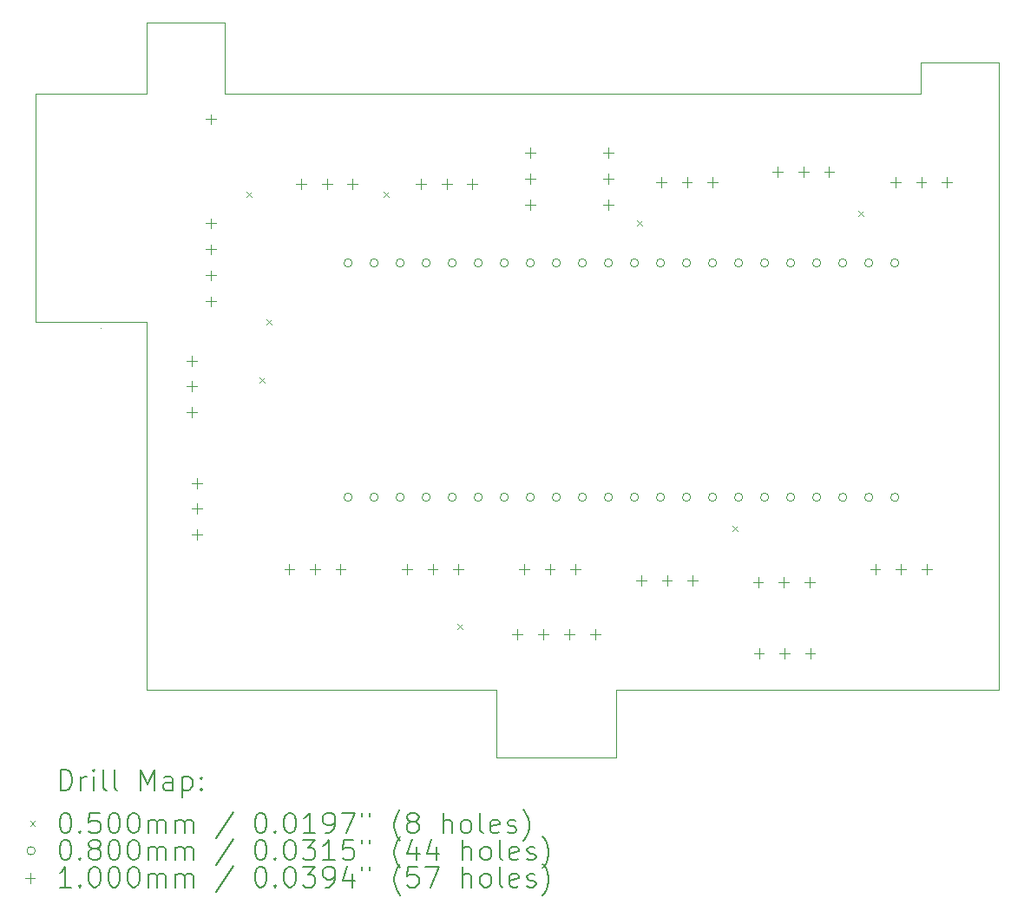
<source format=gbr>
%TF.GenerationSoftware,KiCad,Pcbnew,7.0.2*%
%TF.CreationDate,2023-04-20T14:18:08-04:00*%
%TF.ProjectId,luison-electronics,6c756973-6f6e-42d6-956c-656374726f6e,rev?*%
%TF.SameCoordinates,Original*%
%TF.FileFunction,Drillmap*%
%TF.FilePolarity,Positive*%
%FSLAX45Y45*%
G04 Gerber Fmt 4.5, Leading zero omitted, Abs format (unit mm)*
G04 Created by KiCad (PCBNEW 7.0.2) date 2023-04-20 14:18:08*
%MOMM*%
%LPD*%
G01*
G04 APERTURE LIST*
%ADD10C,0.100000*%
%ADD11C,0.200000*%
%ADD12C,0.050000*%
%ADD13C,0.080000*%
G04 APERTURE END LIST*
D10*
X12065000Y-6223000D02*
X18516600Y-6223000D01*
X11112500Y-8445500D02*
X11112500Y-12039600D01*
X15697200Y-12700000D02*
X15697200Y-12039600D01*
X15697200Y-12039600D02*
X19431000Y-12039600D01*
X11112500Y-5524500D02*
X11112500Y-6223000D01*
X14528800Y-12700000D02*
X15697200Y-12700000D01*
X18669000Y-6223000D02*
X18669000Y-5918200D01*
X18669000Y-5918200D02*
X19431000Y-5918200D01*
X11620500Y-5524500D02*
X11874500Y-5524500D01*
X10668000Y-8509000D02*
X10668000Y-8509000D01*
X11112500Y-12039600D02*
X14528800Y-12039600D01*
X11874500Y-5524500D02*
X11874500Y-6223000D01*
X11874500Y-6223000D02*
X12065000Y-6223000D01*
X11112500Y-5524500D02*
X11620500Y-5524500D01*
X18516600Y-6223000D02*
X18669000Y-6223000D01*
X11112500Y-6223000D02*
X10033000Y-6223000D01*
X10033000Y-6223000D02*
X10033000Y-8445500D01*
X10033000Y-8445500D02*
X11112500Y-8445500D01*
X14528800Y-12039600D02*
X14528800Y-12700000D01*
X19431000Y-5918200D02*
X19431000Y-12039600D01*
D11*
D12*
X12090800Y-7175900D02*
X12140800Y-7225900D01*
X12140800Y-7175900D02*
X12090800Y-7225900D01*
X12217800Y-8992000D02*
X12267800Y-9042000D01*
X12267800Y-8992000D02*
X12217800Y-9042000D01*
X12281300Y-8420500D02*
X12331300Y-8470500D01*
X12331300Y-8420500D02*
X12281300Y-8470500D01*
X13424300Y-7175900D02*
X13474300Y-7225900D01*
X13474300Y-7175900D02*
X13424300Y-7225900D01*
X14148200Y-11392300D02*
X14198200Y-11442300D01*
X14198200Y-11392300D02*
X14148200Y-11442300D01*
X15900800Y-7455300D02*
X15950800Y-7505300D01*
X15950800Y-7455300D02*
X15900800Y-7505300D01*
X16827900Y-10439800D02*
X16877900Y-10489800D01*
X16877900Y-10439800D02*
X16827900Y-10489800D01*
X18059800Y-7366400D02*
X18109800Y-7416400D01*
X18109800Y-7366400D02*
X18059800Y-7416400D01*
D13*
X13121000Y-7874000D02*
G75*
G03*
X13121000Y-7874000I-40000J0D01*
G01*
X13121000Y-10160000D02*
G75*
G03*
X13121000Y-10160000I-40000J0D01*
G01*
X13375000Y-7874000D02*
G75*
G03*
X13375000Y-7874000I-40000J0D01*
G01*
X13375000Y-10160000D02*
G75*
G03*
X13375000Y-10160000I-40000J0D01*
G01*
X13629000Y-7874000D02*
G75*
G03*
X13629000Y-7874000I-40000J0D01*
G01*
X13629000Y-10160000D02*
G75*
G03*
X13629000Y-10160000I-40000J0D01*
G01*
X13883000Y-7874000D02*
G75*
G03*
X13883000Y-7874000I-40000J0D01*
G01*
X13883000Y-10160000D02*
G75*
G03*
X13883000Y-10160000I-40000J0D01*
G01*
X14137000Y-7874000D02*
G75*
G03*
X14137000Y-7874000I-40000J0D01*
G01*
X14137000Y-10160000D02*
G75*
G03*
X14137000Y-10160000I-40000J0D01*
G01*
X14391000Y-7874000D02*
G75*
G03*
X14391000Y-7874000I-40000J0D01*
G01*
X14391000Y-10160000D02*
G75*
G03*
X14391000Y-10160000I-40000J0D01*
G01*
X14645000Y-7874000D02*
G75*
G03*
X14645000Y-7874000I-40000J0D01*
G01*
X14645000Y-10160000D02*
G75*
G03*
X14645000Y-10160000I-40000J0D01*
G01*
X14899000Y-7874000D02*
G75*
G03*
X14899000Y-7874000I-40000J0D01*
G01*
X14899000Y-10160000D02*
G75*
G03*
X14899000Y-10160000I-40000J0D01*
G01*
X15153000Y-7874000D02*
G75*
G03*
X15153000Y-7874000I-40000J0D01*
G01*
X15153000Y-10160000D02*
G75*
G03*
X15153000Y-10160000I-40000J0D01*
G01*
X15407000Y-7874000D02*
G75*
G03*
X15407000Y-7874000I-40000J0D01*
G01*
X15407000Y-10160000D02*
G75*
G03*
X15407000Y-10160000I-40000J0D01*
G01*
X15661000Y-7874000D02*
G75*
G03*
X15661000Y-7874000I-40000J0D01*
G01*
X15661000Y-10160000D02*
G75*
G03*
X15661000Y-10160000I-40000J0D01*
G01*
X15915000Y-7874000D02*
G75*
G03*
X15915000Y-7874000I-40000J0D01*
G01*
X15915000Y-10160000D02*
G75*
G03*
X15915000Y-10160000I-40000J0D01*
G01*
X16169000Y-7874000D02*
G75*
G03*
X16169000Y-7874000I-40000J0D01*
G01*
X16169000Y-10160000D02*
G75*
G03*
X16169000Y-10160000I-40000J0D01*
G01*
X16423000Y-7874000D02*
G75*
G03*
X16423000Y-7874000I-40000J0D01*
G01*
X16423000Y-10160000D02*
G75*
G03*
X16423000Y-10160000I-40000J0D01*
G01*
X16677000Y-7874000D02*
G75*
G03*
X16677000Y-7874000I-40000J0D01*
G01*
X16677000Y-10160000D02*
G75*
G03*
X16677000Y-10160000I-40000J0D01*
G01*
X16931000Y-7874000D02*
G75*
G03*
X16931000Y-7874000I-40000J0D01*
G01*
X16931000Y-10160000D02*
G75*
G03*
X16931000Y-10160000I-40000J0D01*
G01*
X17185000Y-7874000D02*
G75*
G03*
X17185000Y-7874000I-40000J0D01*
G01*
X17185000Y-10160000D02*
G75*
G03*
X17185000Y-10160000I-40000J0D01*
G01*
X17439000Y-7874000D02*
G75*
G03*
X17439000Y-7874000I-40000J0D01*
G01*
X17439000Y-10160000D02*
G75*
G03*
X17439000Y-10160000I-40000J0D01*
G01*
X17693000Y-7874000D02*
G75*
G03*
X17693000Y-7874000I-40000J0D01*
G01*
X17693000Y-10160000D02*
G75*
G03*
X17693000Y-10160000I-40000J0D01*
G01*
X17946728Y-10160368D02*
G75*
G03*
X17946728Y-10160368I-40000J0D01*
G01*
X17947000Y-7874000D02*
G75*
G03*
X17947000Y-7874000I-40000J0D01*
G01*
X18200728Y-10160368D02*
G75*
G03*
X18200728Y-10160368I-40000J0D01*
G01*
X18201000Y-7874000D02*
G75*
G03*
X18201000Y-7874000I-40000J0D01*
G01*
X18454728Y-10160368D02*
G75*
G03*
X18454728Y-10160368I-40000J0D01*
G01*
X18455000Y-7874000D02*
G75*
G03*
X18455000Y-7874000I-40000J0D01*
G01*
D10*
X11557000Y-8776500D02*
X11557000Y-8876500D01*
X11507000Y-8826500D02*
X11607000Y-8826500D01*
X11557000Y-9026500D02*
X11557000Y-9126500D01*
X11507000Y-9076500D02*
X11607000Y-9076500D01*
X11557000Y-9276500D02*
X11557000Y-9376500D01*
X11507000Y-9326500D02*
X11607000Y-9326500D01*
X11607800Y-9970300D02*
X11607800Y-10070300D01*
X11557800Y-10020300D02*
X11657800Y-10020300D01*
X11607800Y-10220300D02*
X11607800Y-10320300D01*
X11557800Y-10270300D02*
X11657800Y-10270300D01*
X11607800Y-10470300D02*
X11607800Y-10570300D01*
X11557800Y-10520300D02*
X11657800Y-10520300D01*
X11740607Y-6421500D02*
X11740607Y-6521500D01*
X11690607Y-6471500D02*
X11790607Y-6471500D01*
X11740607Y-7437500D02*
X11740607Y-7537500D01*
X11690607Y-7487500D02*
X11790607Y-7487500D01*
X11740607Y-7691500D02*
X11740607Y-7791500D01*
X11690607Y-7741500D02*
X11790607Y-7741500D01*
X11740607Y-7945500D02*
X11740607Y-8045500D01*
X11690607Y-7995500D02*
X11790607Y-7995500D01*
X11740607Y-8199500D02*
X11740607Y-8299500D01*
X11690607Y-8249500D02*
X11790607Y-8249500D01*
X12508000Y-10808500D02*
X12508000Y-10908500D01*
X12458000Y-10858500D02*
X12558000Y-10858500D01*
X12623800Y-7051000D02*
X12623800Y-7151000D01*
X12573800Y-7101000D02*
X12673800Y-7101000D01*
X12758000Y-10808500D02*
X12758000Y-10908500D01*
X12708000Y-10858500D02*
X12808000Y-10858500D01*
X12873800Y-7051000D02*
X12873800Y-7151000D01*
X12823800Y-7101000D02*
X12923800Y-7101000D01*
X13008000Y-10808500D02*
X13008000Y-10908500D01*
X12958000Y-10858500D02*
X13058000Y-10858500D01*
X13123800Y-7051000D02*
X13123800Y-7151000D01*
X13073800Y-7101000D02*
X13173800Y-7101000D01*
X13656500Y-10808500D02*
X13656500Y-10908500D01*
X13606500Y-10858500D02*
X13706500Y-10858500D01*
X13792200Y-7051000D02*
X13792200Y-7151000D01*
X13742200Y-7101000D02*
X13842200Y-7101000D01*
X13906500Y-10808500D02*
X13906500Y-10908500D01*
X13856500Y-10858500D02*
X13956500Y-10858500D01*
X14042200Y-7051000D02*
X14042200Y-7151000D01*
X13992200Y-7101000D02*
X14092200Y-7101000D01*
X14156500Y-10808500D02*
X14156500Y-10908500D01*
X14106500Y-10858500D02*
X14206500Y-10858500D01*
X14292200Y-7051000D02*
X14292200Y-7151000D01*
X14242200Y-7101000D02*
X14342200Y-7101000D01*
X14732000Y-11443500D02*
X14732000Y-11543500D01*
X14682000Y-11493500D02*
X14782000Y-11493500D01*
X14799500Y-10808500D02*
X14799500Y-10908500D01*
X14749500Y-10858500D02*
X14849500Y-10858500D01*
X14857500Y-6744500D02*
X14857500Y-6844500D01*
X14807500Y-6794500D02*
X14907500Y-6794500D01*
X14857500Y-6998500D02*
X14857500Y-7098500D01*
X14807500Y-7048500D02*
X14907500Y-7048500D01*
X14857500Y-7252500D02*
X14857500Y-7352500D01*
X14807500Y-7302500D02*
X14907500Y-7302500D01*
X14986000Y-11443500D02*
X14986000Y-11543500D01*
X14936000Y-11493500D02*
X15036000Y-11493500D01*
X15049500Y-10808500D02*
X15049500Y-10908500D01*
X14999500Y-10858500D02*
X15099500Y-10858500D01*
X15240000Y-11443500D02*
X15240000Y-11543500D01*
X15190000Y-11493500D02*
X15290000Y-11493500D01*
X15299500Y-10808500D02*
X15299500Y-10908500D01*
X15249500Y-10858500D02*
X15349500Y-10858500D01*
X15494000Y-11443500D02*
X15494000Y-11543500D01*
X15444000Y-11493500D02*
X15544000Y-11493500D01*
X15619500Y-6744500D02*
X15619500Y-6844500D01*
X15569500Y-6794500D02*
X15669500Y-6794500D01*
X15619500Y-6998500D02*
X15619500Y-7098500D01*
X15569500Y-7048500D02*
X15669500Y-7048500D01*
X15619500Y-7252500D02*
X15619500Y-7352500D01*
X15569500Y-7302500D02*
X15669500Y-7302500D01*
X15942500Y-10924500D02*
X15942500Y-11024500D01*
X15892500Y-10974500D02*
X15992500Y-10974500D01*
X16137000Y-7038300D02*
X16137000Y-7138300D01*
X16087000Y-7088300D02*
X16187000Y-7088300D01*
X16192500Y-10924500D02*
X16192500Y-11024500D01*
X16142500Y-10974500D02*
X16242500Y-10974500D01*
X16387000Y-7038300D02*
X16387000Y-7138300D01*
X16337000Y-7088300D02*
X16437000Y-7088300D01*
X16442500Y-10924500D02*
X16442500Y-11024500D01*
X16392500Y-10974500D02*
X16492500Y-10974500D01*
X16637000Y-7038300D02*
X16637000Y-7138300D01*
X16587000Y-7088300D02*
X16687000Y-7088300D01*
X17081500Y-10935500D02*
X17081500Y-11035500D01*
X17031500Y-10985500D02*
X17131500Y-10985500D01*
X17089500Y-11634000D02*
X17089500Y-11734000D01*
X17039500Y-11684000D02*
X17139500Y-11684000D01*
X17274500Y-6935000D02*
X17274500Y-7035000D01*
X17224500Y-6985000D02*
X17324500Y-6985000D01*
X17331500Y-10935500D02*
X17331500Y-11035500D01*
X17281500Y-10985500D02*
X17381500Y-10985500D01*
X17339500Y-11634000D02*
X17339500Y-11734000D01*
X17289500Y-11684000D02*
X17389500Y-11684000D01*
X17524500Y-6935000D02*
X17524500Y-7035000D01*
X17474500Y-6985000D02*
X17574500Y-6985000D01*
X17581500Y-10935500D02*
X17581500Y-11035500D01*
X17531500Y-10985500D02*
X17631500Y-10985500D01*
X17589500Y-11634000D02*
X17589500Y-11734000D01*
X17539500Y-11684000D02*
X17639500Y-11684000D01*
X17774500Y-6935000D02*
X17774500Y-7035000D01*
X17724500Y-6985000D02*
X17824500Y-6985000D01*
X18224500Y-10808500D02*
X18224500Y-10908500D01*
X18174500Y-10858500D02*
X18274500Y-10858500D01*
X18423000Y-7038300D02*
X18423000Y-7138300D01*
X18373000Y-7088300D02*
X18473000Y-7088300D01*
X18474500Y-10808500D02*
X18474500Y-10908500D01*
X18424500Y-10858500D02*
X18524500Y-10858500D01*
X18673000Y-7038300D02*
X18673000Y-7138300D01*
X18623000Y-7088300D02*
X18723000Y-7088300D01*
X18724500Y-10808500D02*
X18724500Y-10908500D01*
X18674500Y-10858500D02*
X18774500Y-10858500D01*
X18923000Y-7038300D02*
X18923000Y-7138300D01*
X18873000Y-7088300D02*
X18973000Y-7088300D01*
D11*
X10275619Y-13017524D02*
X10275619Y-12817524D01*
X10275619Y-12817524D02*
X10323238Y-12817524D01*
X10323238Y-12817524D02*
X10351810Y-12827048D01*
X10351810Y-12827048D02*
X10370857Y-12846095D01*
X10370857Y-12846095D02*
X10380381Y-12865143D01*
X10380381Y-12865143D02*
X10389905Y-12903238D01*
X10389905Y-12903238D02*
X10389905Y-12931809D01*
X10389905Y-12931809D02*
X10380381Y-12969905D01*
X10380381Y-12969905D02*
X10370857Y-12988952D01*
X10370857Y-12988952D02*
X10351810Y-13008000D01*
X10351810Y-13008000D02*
X10323238Y-13017524D01*
X10323238Y-13017524D02*
X10275619Y-13017524D01*
X10475619Y-13017524D02*
X10475619Y-12884190D01*
X10475619Y-12922286D02*
X10485143Y-12903238D01*
X10485143Y-12903238D02*
X10494667Y-12893714D01*
X10494667Y-12893714D02*
X10513714Y-12884190D01*
X10513714Y-12884190D02*
X10532762Y-12884190D01*
X10599429Y-13017524D02*
X10599429Y-12884190D01*
X10599429Y-12817524D02*
X10589905Y-12827048D01*
X10589905Y-12827048D02*
X10599429Y-12836571D01*
X10599429Y-12836571D02*
X10608952Y-12827048D01*
X10608952Y-12827048D02*
X10599429Y-12817524D01*
X10599429Y-12817524D02*
X10599429Y-12836571D01*
X10723238Y-13017524D02*
X10704190Y-13008000D01*
X10704190Y-13008000D02*
X10694667Y-12988952D01*
X10694667Y-12988952D02*
X10694667Y-12817524D01*
X10828000Y-13017524D02*
X10808952Y-13008000D01*
X10808952Y-13008000D02*
X10799429Y-12988952D01*
X10799429Y-12988952D02*
X10799429Y-12817524D01*
X11056571Y-13017524D02*
X11056571Y-12817524D01*
X11056571Y-12817524D02*
X11123238Y-12960381D01*
X11123238Y-12960381D02*
X11189905Y-12817524D01*
X11189905Y-12817524D02*
X11189905Y-13017524D01*
X11370857Y-13017524D02*
X11370857Y-12912762D01*
X11370857Y-12912762D02*
X11361333Y-12893714D01*
X11361333Y-12893714D02*
X11342286Y-12884190D01*
X11342286Y-12884190D02*
X11304190Y-12884190D01*
X11304190Y-12884190D02*
X11285143Y-12893714D01*
X11370857Y-13008000D02*
X11351809Y-13017524D01*
X11351809Y-13017524D02*
X11304190Y-13017524D01*
X11304190Y-13017524D02*
X11285143Y-13008000D01*
X11285143Y-13008000D02*
X11275619Y-12988952D01*
X11275619Y-12988952D02*
X11275619Y-12969905D01*
X11275619Y-12969905D02*
X11285143Y-12950857D01*
X11285143Y-12950857D02*
X11304190Y-12941333D01*
X11304190Y-12941333D02*
X11351809Y-12941333D01*
X11351809Y-12941333D02*
X11370857Y-12931809D01*
X11466095Y-12884190D02*
X11466095Y-13084190D01*
X11466095Y-12893714D02*
X11485143Y-12884190D01*
X11485143Y-12884190D02*
X11523238Y-12884190D01*
X11523238Y-12884190D02*
X11542286Y-12893714D01*
X11542286Y-12893714D02*
X11551809Y-12903238D01*
X11551809Y-12903238D02*
X11561333Y-12922286D01*
X11561333Y-12922286D02*
X11561333Y-12979428D01*
X11561333Y-12979428D02*
X11551809Y-12998476D01*
X11551809Y-12998476D02*
X11542286Y-13008000D01*
X11542286Y-13008000D02*
X11523238Y-13017524D01*
X11523238Y-13017524D02*
X11485143Y-13017524D01*
X11485143Y-13017524D02*
X11466095Y-13008000D01*
X11647048Y-12998476D02*
X11656571Y-13008000D01*
X11656571Y-13008000D02*
X11647048Y-13017524D01*
X11647048Y-13017524D02*
X11637524Y-13008000D01*
X11637524Y-13008000D02*
X11647048Y-12998476D01*
X11647048Y-12998476D02*
X11647048Y-13017524D01*
X11647048Y-12893714D02*
X11656571Y-12903238D01*
X11656571Y-12903238D02*
X11647048Y-12912762D01*
X11647048Y-12912762D02*
X11637524Y-12903238D01*
X11637524Y-12903238D02*
X11647048Y-12893714D01*
X11647048Y-12893714D02*
X11647048Y-12912762D01*
D12*
X9978000Y-13320000D02*
X10028000Y-13370000D01*
X10028000Y-13320000D02*
X9978000Y-13370000D01*
D11*
X10313714Y-13237524D02*
X10332762Y-13237524D01*
X10332762Y-13237524D02*
X10351810Y-13247048D01*
X10351810Y-13247048D02*
X10361333Y-13256571D01*
X10361333Y-13256571D02*
X10370857Y-13275619D01*
X10370857Y-13275619D02*
X10380381Y-13313714D01*
X10380381Y-13313714D02*
X10380381Y-13361333D01*
X10380381Y-13361333D02*
X10370857Y-13399428D01*
X10370857Y-13399428D02*
X10361333Y-13418476D01*
X10361333Y-13418476D02*
X10351810Y-13428000D01*
X10351810Y-13428000D02*
X10332762Y-13437524D01*
X10332762Y-13437524D02*
X10313714Y-13437524D01*
X10313714Y-13437524D02*
X10294667Y-13428000D01*
X10294667Y-13428000D02*
X10285143Y-13418476D01*
X10285143Y-13418476D02*
X10275619Y-13399428D01*
X10275619Y-13399428D02*
X10266095Y-13361333D01*
X10266095Y-13361333D02*
X10266095Y-13313714D01*
X10266095Y-13313714D02*
X10275619Y-13275619D01*
X10275619Y-13275619D02*
X10285143Y-13256571D01*
X10285143Y-13256571D02*
X10294667Y-13247048D01*
X10294667Y-13247048D02*
X10313714Y-13237524D01*
X10466095Y-13418476D02*
X10475619Y-13428000D01*
X10475619Y-13428000D02*
X10466095Y-13437524D01*
X10466095Y-13437524D02*
X10456571Y-13428000D01*
X10456571Y-13428000D02*
X10466095Y-13418476D01*
X10466095Y-13418476D02*
X10466095Y-13437524D01*
X10656571Y-13237524D02*
X10561333Y-13237524D01*
X10561333Y-13237524D02*
X10551810Y-13332762D01*
X10551810Y-13332762D02*
X10561333Y-13323238D01*
X10561333Y-13323238D02*
X10580381Y-13313714D01*
X10580381Y-13313714D02*
X10628000Y-13313714D01*
X10628000Y-13313714D02*
X10647048Y-13323238D01*
X10647048Y-13323238D02*
X10656571Y-13332762D01*
X10656571Y-13332762D02*
X10666095Y-13351809D01*
X10666095Y-13351809D02*
X10666095Y-13399428D01*
X10666095Y-13399428D02*
X10656571Y-13418476D01*
X10656571Y-13418476D02*
X10647048Y-13428000D01*
X10647048Y-13428000D02*
X10628000Y-13437524D01*
X10628000Y-13437524D02*
X10580381Y-13437524D01*
X10580381Y-13437524D02*
X10561333Y-13428000D01*
X10561333Y-13428000D02*
X10551810Y-13418476D01*
X10789905Y-13237524D02*
X10808952Y-13237524D01*
X10808952Y-13237524D02*
X10828000Y-13247048D01*
X10828000Y-13247048D02*
X10837524Y-13256571D01*
X10837524Y-13256571D02*
X10847048Y-13275619D01*
X10847048Y-13275619D02*
X10856571Y-13313714D01*
X10856571Y-13313714D02*
X10856571Y-13361333D01*
X10856571Y-13361333D02*
X10847048Y-13399428D01*
X10847048Y-13399428D02*
X10837524Y-13418476D01*
X10837524Y-13418476D02*
X10828000Y-13428000D01*
X10828000Y-13428000D02*
X10808952Y-13437524D01*
X10808952Y-13437524D02*
X10789905Y-13437524D01*
X10789905Y-13437524D02*
X10770857Y-13428000D01*
X10770857Y-13428000D02*
X10761333Y-13418476D01*
X10761333Y-13418476D02*
X10751810Y-13399428D01*
X10751810Y-13399428D02*
X10742286Y-13361333D01*
X10742286Y-13361333D02*
X10742286Y-13313714D01*
X10742286Y-13313714D02*
X10751810Y-13275619D01*
X10751810Y-13275619D02*
X10761333Y-13256571D01*
X10761333Y-13256571D02*
X10770857Y-13247048D01*
X10770857Y-13247048D02*
X10789905Y-13237524D01*
X10980381Y-13237524D02*
X10999429Y-13237524D01*
X10999429Y-13237524D02*
X11018476Y-13247048D01*
X11018476Y-13247048D02*
X11028000Y-13256571D01*
X11028000Y-13256571D02*
X11037524Y-13275619D01*
X11037524Y-13275619D02*
X11047048Y-13313714D01*
X11047048Y-13313714D02*
X11047048Y-13361333D01*
X11047048Y-13361333D02*
X11037524Y-13399428D01*
X11037524Y-13399428D02*
X11028000Y-13418476D01*
X11028000Y-13418476D02*
X11018476Y-13428000D01*
X11018476Y-13428000D02*
X10999429Y-13437524D01*
X10999429Y-13437524D02*
X10980381Y-13437524D01*
X10980381Y-13437524D02*
X10961333Y-13428000D01*
X10961333Y-13428000D02*
X10951810Y-13418476D01*
X10951810Y-13418476D02*
X10942286Y-13399428D01*
X10942286Y-13399428D02*
X10932762Y-13361333D01*
X10932762Y-13361333D02*
X10932762Y-13313714D01*
X10932762Y-13313714D02*
X10942286Y-13275619D01*
X10942286Y-13275619D02*
X10951810Y-13256571D01*
X10951810Y-13256571D02*
X10961333Y-13247048D01*
X10961333Y-13247048D02*
X10980381Y-13237524D01*
X11132762Y-13437524D02*
X11132762Y-13304190D01*
X11132762Y-13323238D02*
X11142286Y-13313714D01*
X11142286Y-13313714D02*
X11161333Y-13304190D01*
X11161333Y-13304190D02*
X11189905Y-13304190D01*
X11189905Y-13304190D02*
X11208952Y-13313714D01*
X11208952Y-13313714D02*
X11218476Y-13332762D01*
X11218476Y-13332762D02*
X11218476Y-13437524D01*
X11218476Y-13332762D02*
X11228000Y-13313714D01*
X11228000Y-13313714D02*
X11247048Y-13304190D01*
X11247048Y-13304190D02*
X11275619Y-13304190D01*
X11275619Y-13304190D02*
X11294667Y-13313714D01*
X11294667Y-13313714D02*
X11304190Y-13332762D01*
X11304190Y-13332762D02*
X11304190Y-13437524D01*
X11399429Y-13437524D02*
X11399429Y-13304190D01*
X11399429Y-13323238D02*
X11408952Y-13313714D01*
X11408952Y-13313714D02*
X11428000Y-13304190D01*
X11428000Y-13304190D02*
X11456571Y-13304190D01*
X11456571Y-13304190D02*
X11475619Y-13313714D01*
X11475619Y-13313714D02*
X11485143Y-13332762D01*
X11485143Y-13332762D02*
X11485143Y-13437524D01*
X11485143Y-13332762D02*
X11494667Y-13313714D01*
X11494667Y-13313714D02*
X11513714Y-13304190D01*
X11513714Y-13304190D02*
X11542286Y-13304190D01*
X11542286Y-13304190D02*
X11561333Y-13313714D01*
X11561333Y-13313714D02*
X11570857Y-13332762D01*
X11570857Y-13332762D02*
X11570857Y-13437524D01*
X11961333Y-13228000D02*
X11789905Y-13485143D01*
X12218476Y-13237524D02*
X12237524Y-13237524D01*
X12237524Y-13237524D02*
X12256572Y-13247048D01*
X12256572Y-13247048D02*
X12266095Y-13256571D01*
X12266095Y-13256571D02*
X12275619Y-13275619D01*
X12275619Y-13275619D02*
X12285143Y-13313714D01*
X12285143Y-13313714D02*
X12285143Y-13361333D01*
X12285143Y-13361333D02*
X12275619Y-13399428D01*
X12275619Y-13399428D02*
X12266095Y-13418476D01*
X12266095Y-13418476D02*
X12256572Y-13428000D01*
X12256572Y-13428000D02*
X12237524Y-13437524D01*
X12237524Y-13437524D02*
X12218476Y-13437524D01*
X12218476Y-13437524D02*
X12199429Y-13428000D01*
X12199429Y-13428000D02*
X12189905Y-13418476D01*
X12189905Y-13418476D02*
X12180381Y-13399428D01*
X12180381Y-13399428D02*
X12170857Y-13361333D01*
X12170857Y-13361333D02*
X12170857Y-13313714D01*
X12170857Y-13313714D02*
X12180381Y-13275619D01*
X12180381Y-13275619D02*
X12189905Y-13256571D01*
X12189905Y-13256571D02*
X12199429Y-13247048D01*
X12199429Y-13247048D02*
X12218476Y-13237524D01*
X12370857Y-13418476D02*
X12380381Y-13428000D01*
X12380381Y-13428000D02*
X12370857Y-13437524D01*
X12370857Y-13437524D02*
X12361333Y-13428000D01*
X12361333Y-13428000D02*
X12370857Y-13418476D01*
X12370857Y-13418476D02*
X12370857Y-13437524D01*
X12504191Y-13237524D02*
X12523238Y-13237524D01*
X12523238Y-13237524D02*
X12542286Y-13247048D01*
X12542286Y-13247048D02*
X12551810Y-13256571D01*
X12551810Y-13256571D02*
X12561333Y-13275619D01*
X12561333Y-13275619D02*
X12570857Y-13313714D01*
X12570857Y-13313714D02*
X12570857Y-13361333D01*
X12570857Y-13361333D02*
X12561333Y-13399428D01*
X12561333Y-13399428D02*
X12551810Y-13418476D01*
X12551810Y-13418476D02*
X12542286Y-13428000D01*
X12542286Y-13428000D02*
X12523238Y-13437524D01*
X12523238Y-13437524D02*
X12504191Y-13437524D01*
X12504191Y-13437524D02*
X12485143Y-13428000D01*
X12485143Y-13428000D02*
X12475619Y-13418476D01*
X12475619Y-13418476D02*
X12466095Y-13399428D01*
X12466095Y-13399428D02*
X12456572Y-13361333D01*
X12456572Y-13361333D02*
X12456572Y-13313714D01*
X12456572Y-13313714D02*
X12466095Y-13275619D01*
X12466095Y-13275619D02*
X12475619Y-13256571D01*
X12475619Y-13256571D02*
X12485143Y-13247048D01*
X12485143Y-13247048D02*
X12504191Y-13237524D01*
X12761333Y-13437524D02*
X12647048Y-13437524D01*
X12704191Y-13437524D02*
X12704191Y-13237524D01*
X12704191Y-13237524D02*
X12685143Y-13266095D01*
X12685143Y-13266095D02*
X12666095Y-13285143D01*
X12666095Y-13285143D02*
X12647048Y-13294667D01*
X12856572Y-13437524D02*
X12894667Y-13437524D01*
X12894667Y-13437524D02*
X12913714Y-13428000D01*
X12913714Y-13428000D02*
X12923238Y-13418476D01*
X12923238Y-13418476D02*
X12942286Y-13389905D01*
X12942286Y-13389905D02*
X12951810Y-13351809D01*
X12951810Y-13351809D02*
X12951810Y-13275619D01*
X12951810Y-13275619D02*
X12942286Y-13256571D01*
X12942286Y-13256571D02*
X12932762Y-13247048D01*
X12932762Y-13247048D02*
X12913714Y-13237524D01*
X12913714Y-13237524D02*
X12875619Y-13237524D01*
X12875619Y-13237524D02*
X12856572Y-13247048D01*
X12856572Y-13247048D02*
X12847048Y-13256571D01*
X12847048Y-13256571D02*
X12837524Y-13275619D01*
X12837524Y-13275619D02*
X12837524Y-13323238D01*
X12837524Y-13323238D02*
X12847048Y-13342286D01*
X12847048Y-13342286D02*
X12856572Y-13351809D01*
X12856572Y-13351809D02*
X12875619Y-13361333D01*
X12875619Y-13361333D02*
X12913714Y-13361333D01*
X12913714Y-13361333D02*
X12932762Y-13351809D01*
X12932762Y-13351809D02*
X12942286Y-13342286D01*
X12942286Y-13342286D02*
X12951810Y-13323238D01*
X13018476Y-13237524D02*
X13151810Y-13237524D01*
X13151810Y-13237524D02*
X13066095Y-13437524D01*
X13218476Y-13237524D02*
X13218476Y-13275619D01*
X13294667Y-13237524D02*
X13294667Y-13275619D01*
X13589905Y-13513714D02*
X13580381Y-13504190D01*
X13580381Y-13504190D02*
X13561334Y-13475619D01*
X13561334Y-13475619D02*
X13551810Y-13456571D01*
X13551810Y-13456571D02*
X13542286Y-13428000D01*
X13542286Y-13428000D02*
X13532762Y-13380381D01*
X13532762Y-13380381D02*
X13532762Y-13342286D01*
X13532762Y-13342286D02*
X13542286Y-13294667D01*
X13542286Y-13294667D02*
X13551810Y-13266095D01*
X13551810Y-13266095D02*
X13561334Y-13247048D01*
X13561334Y-13247048D02*
X13580381Y-13218476D01*
X13580381Y-13218476D02*
X13589905Y-13208952D01*
X13694667Y-13323238D02*
X13675619Y-13313714D01*
X13675619Y-13313714D02*
X13666095Y-13304190D01*
X13666095Y-13304190D02*
X13656572Y-13285143D01*
X13656572Y-13285143D02*
X13656572Y-13275619D01*
X13656572Y-13275619D02*
X13666095Y-13256571D01*
X13666095Y-13256571D02*
X13675619Y-13247048D01*
X13675619Y-13247048D02*
X13694667Y-13237524D01*
X13694667Y-13237524D02*
X13732762Y-13237524D01*
X13732762Y-13237524D02*
X13751810Y-13247048D01*
X13751810Y-13247048D02*
X13761334Y-13256571D01*
X13761334Y-13256571D02*
X13770857Y-13275619D01*
X13770857Y-13275619D02*
X13770857Y-13285143D01*
X13770857Y-13285143D02*
X13761334Y-13304190D01*
X13761334Y-13304190D02*
X13751810Y-13313714D01*
X13751810Y-13313714D02*
X13732762Y-13323238D01*
X13732762Y-13323238D02*
X13694667Y-13323238D01*
X13694667Y-13323238D02*
X13675619Y-13332762D01*
X13675619Y-13332762D02*
X13666095Y-13342286D01*
X13666095Y-13342286D02*
X13656572Y-13361333D01*
X13656572Y-13361333D02*
X13656572Y-13399428D01*
X13656572Y-13399428D02*
X13666095Y-13418476D01*
X13666095Y-13418476D02*
X13675619Y-13428000D01*
X13675619Y-13428000D02*
X13694667Y-13437524D01*
X13694667Y-13437524D02*
X13732762Y-13437524D01*
X13732762Y-13437524D02*
X13751810Y-13428000D01*
X13751810Y-13428000D02*
X13761334Y-13418476D01*
X13761334Y-13418476D02*
X13770857Y-13399428D01*
X13770857Y-13399428D02*
X13770857Y-13361333D01*
X13770857Y-13361333D02*
X13761334Y-13342286D01*
X13761334Y-13342286D02*
X13751810Y-13332762D01*
X13751810Y-13332762D02*
X13732762Y-13323238D01*
X14008953Y-13437524D02*
X14008953Y-13237524D01*
X14094667Y-13437524D02*
X14094667Y-13332762D01*
X14094667Y-13332762D02*
X14085143Y-13313714D01*
X14085143Y-13313714D02*
X14066096Y-13304190D01*
X14066096Y-13304190D02*
X14037524Y-13304190D01*
X14037524Y-13304190D02*
X14018476Y-13313714D01*
X14018476Y-13313714D02*
X14008953Y-13323238D01*
X14218476Y-13437524D02*
X14199429Y-13428000D01*
X14199429Y-13428000D02*
X14189905Y-13418476D01*
X14189905Y-13418476D02*
X14180381Y-13399428D01*
X14180381Y-13399428D02*
X14180381Y-13342286D01*
X14180381Y-13342286D02*
X14189905Y-13323238D01*
X14189905Y-13323238D02*
X14199429Y-13313714D01*
X14199429Y-13313714D02*
X14218476Y-13304190D01*
X14218476Y-13304190D02*
X14247048Y-13304190D01*
X14247048Y-13304190D02*
X14266096Y-13313714D01*
X14266096Y-13313714D02*
X14275619Y-13323238D01*
X14275619Y-13323238D02*
X14285143Y-13342286D01*
X14285143Y-13342286D02*
X14285143Y-13399428D01*
X14285143Y-13399428D02*
X14275619Y-13418476D01*
X14275619Y-13418476D02*
X14266096Y-13428000D01*
X14266096Y-13428000D02*
X14247048Y-13437524D01*
X14247048Y-13437524D02*
X14218476Y-13437524D01*
X14399429Y-13437524D02*
X14380381Y-13428000D01*
X14380381Y-13428000D02*
X14370857Y-13408952D01*
X14370857Y-13408952D02*
X14370857Y-13237524D01*
X14551810Y-13428000D02*
X14532762Y-13437524D01*
X14532762Y-13437524D02*
X14494667Y-13437524D01*
X14494667Y-13437524D02*
X14475619Y-13428000D01*
X14475619Y-13428000D02*
X14466096Y-13408952D01*
X14466096Y-13408952D02*
X14466096Y-13332762D01*
X14466096Y-13332762D02*
X14475619Y-13313714D01*
X14475619Y-13313714D02*
X14494667Y-13304190D01*
X14494667Y-13304190D02*
X14532762Y-13304190D01*
X14532762Y-13304190D02*
X14551810Y-13313714D01*
X14551810Y-13313714D02*
X14561334Y-13332762D01*
X14561334Y-13332762D02*
X14561334Y-13351809D01*
X14561334Y-13351809D02*
X14466096Y-13370857D01*
X14637524Y-13428000D02*
X14656572Y-13437524D01*
X14656572Y-13437524D02*
X14694667Y-13437524D01*
X14694667Y-13437524D02*
X14713715Y-13428000D01*
X14713715Y-13428000D02*
X14723238Y-13408952D01*
X14723238Y-13408952D02*
X14723238Y-13399428D01*
X14723238Y-13399428D02*
X14713715Y-13380381D01*
X14713715Y-13380381D02*
X14694667Y-13370857D01*
X14694667Y-13370857D02*
X14666096Y-13370857D01*
X14666096Y-13370857D02*
X14647048Y-13361333D01*
X14647048Y-13361333D02*
X14637524Y-13342286D01*
X14637524Y-13342286D02*
X14637524Y-13332762D01*
X14637524Y-13332762D02*
X14647048Y-13313714D01*
X14647048Y-13313714D02*
X14666096Y-13304190D01*
X14666096Y-13304190D02*
X14694667Y-13304190D01*
X14694667Y-13304190D02*
X14713715Y-13313714D01*
X14789905Y-13513714D02*
X14799429Y-13504190D01*
X14799429Y-13504190D02*
X14818477Y-13475619D01*
X14818477Y-13475619D02*
X14828000Y-13456571D01*
X14828000Y-13456571D02*
X14837524Y-13428000D01*
X14837524Y-13428000D02*
X14847048Y-13380381D01*
X14847048Y-13380381D02*
X14847048Y-13342286D01*
X14847048Y-13342286D02*
X14837524Y-13294667D01*
X14837524Y-13294667D02*
X14828000Y-13266095D01*
X14828000Y-13266095D02*
X14818477Y-13247048D01*
X14818477Y-13247048D02*
X14799429Y-13218476D01*
X14799429Y-13218476D02*
X14789905Y-13208952D01*
D13*
X10028000Y-13609000D02*
G75*
G03*
X10028000Y-13609000I-40000J0D01*
G01*
D11*
X10313714Y-13501524D02*
X10332762Y-13501524D01*
X10332762Y-13501524D02*
X10351810Y-13511048D01*
X10351810Y-13511048D02*
X10361333Y-13520571D01*
X10361333Y-13520571D02*
X10370857Y-13539619D01*
X10370857Y-13539619D02*
X10380381Y-13577714D01*
X10380381Y-13577714D02*
X10380381Y-13625333D01*
X10380381Y-13625333D02*
X10370857Y-13663428D01*
X10370857Y-13663428D02*
X10361333Y-13682476D01*
X10361333Y-13682476D02*
X10351810Y-13692000D01*
X10351810Y-13692000D02*
X10332762Y-13701524D01*
X10332762Y-13701524D02*
X10313714Y-13701524D01*
X10313714Y-13701524D02*
X10294667Y-13692000D01*
X10294667Y-13692000D02*
X10285143Y-13682476D01*
X10285143Y-13682476D02*
X10275619Y-13663428D01*
X10275619Y-13663428D02*
X10266095Y-13625333D01*
X10266095Y-13625333D02*
X10266095Y-13577714D01*
X10266095Y-13577714D02*
X10275619Y-13539619D01*
X10275619Y-13539619D02*
X10285143Y-13520571D01*
X10285143Y-13520571D02*
X10294667Y-13511048D01*
X10294667Y-13511048D02*
X10313714Y-13501524D01*
X10466095Y-13682476D02*
X10475619Y-13692000D01*
X10475619Y-13692000D02*
X10466095Y-13701524D01*
X10466095Y-13701524D02*
X10456571Y-13692000D01*
X10456571Y-13692000D02*
X10466095Y-13682476D01*
X10466095Y-13682476D02*
X10466095Y-13701524D01*
X10589905Y-13587238D02*
X10570857Y-13577714D01*
X10570857Y-13577714D02*
X10561333Y-13568190D01*
X10561333Y-13568190D02*
X10551810Y-13549143D01*
X10551810Y-13549143D02*
X10551810Y-13539619D01*
X10551810Y-13539619D02*
X10561333Y-13520571D01*
X10561333Y-13520571D02*
X10570857Y-13511048D01*
X10570857Y-13511048D02*
X10589905Y-13501524D01*
X10589905Y-13501524D02*
X10628000Y-13501524D01*
X10628000Y-13501524D02*
X10647048Y-13511048D01*
X10647048Y-13511048D02*
X10656571Y-13520571D01*
X10656571Y-13520571D02*
X10666095Y-13539619D01*
X10666095Y-13539619D02*
X10666095Y-13549143D01*
X10666095Y-13549143D02*
X10656571Y-13568190D01*
X10656571Y-13568190D02*
X10647048Y-13577714D01*
X10647048Y-13577714D02*
X10628000Y-13587238D01*
X10628000Y-13587238D02*
X10589905Y-13587238D01*
X10589905Y-13587238D02*
X10570857Y-13596762D01*
X10570857Y-13596762D02*
X10561333Y-13606286D01*
X10561333Y-13606286D02*
X10551810Y-13625333D01*
X10551810Y-13625333D02*
X10551810Y-13663428D01*
X10551810Y-13663428D02*
X10561333Y-13682476D01*
X10561333Y-13682476D02*
X10570857Y-13692000D01*
X10570857Y-13692000D02*
X10589905Y-13701524D01*
X10589905Y-13701524D02*
X10628000Y-13701524D01*
X10628000Y-13701524D02*
X10647048Y-13692000D01*
X10647048Y-13692000D02*
X10656571Y-13682476D01*
X10656571Y-13682476D02*
X10666095Y-13663428D01*
X10666095Y-13663428D02*
X10666095Y-13625333D01*
X10666095Y-13625333D02*
X10656571Y-13606286D01*
X10656571Y-13606286D02*
X10647048Y-13596762D01*
X10647048Y-13596762D02*
X10628000Y-13587238D01*
X10789905Y-13501524D02*
X10808952Y-13501524D01*
X10808952Y-13501524D02*
X10828000Y-13511048D01*
X10828000Y-13511048D02*
X10837524Y-13520571D01*
X10837524Y-13520571D02*
X10847048Y-13539619D01*
X10847048Y-13539619D02*
X10856571Y-13577714D01*
X10856571Y-13577714D02*
X10856571Y-13625333D01*
X10856571Y-13625333D02*
X10847048Y-13663428D01*
X10847048Y-13663428D02*
X10837524Y-13682476D01*
X10837524Y-13682476D02*
X10828000Y-13692000D01*
X10828000Y-13692000D02*
X10808952Y-13701524D01*
X10808952Y-13701524D02*
X10789905Y-13701524D01*
X10789905Y-13701524D02*
X10770857Y-13692000D01*
X10770857Y-13692000D02*
X10761333Y-13682476D01*
X10761333Y-13682476D02*
X10751810Y-13663428D01*
X10751810Y-13663428D02*
X10742286Y-13625333D01*
X10742286Y-13625333D02*
X10742286Y-13577714D01*
X10742286Y-13577714D02*
X10751810Y-13539619D01*
X10751810Y-13539619D02*
X10761333Y-13520571D01*
X10761333Y-13520571D02*
X10770857Y-13511048D01*
X10770857Y-13511048D02*
X10789905Y-13501524D01*
X10980381Y-13501524D02*
X10999429Y-13501524D01*
X10999429Y-13501524D02*
X11018476Y-13511048D01*
X11018476Y-13511048D02*
X11028000Y-13520571D01*
X11028000Y-13520571D02*
X11037524Y-13539619D01*
X11037524Y-13539619D02*
X11047048Y-13577714D01*
X11047048Y-13577714D02*
X11047048Y-13625333D01*
X11047048Y-13625333D02*
X11037524Y-13663428D01*
X11037524Y-13663428D02*
X11028000Y-13682476D01*
X11028000Y-13682476D02*
X11018476Y-13692000D01*
X11018476Y-13692000D02*
X10999429Y-13701524D01*
X10999429Y-13701524D02*
X10980381Y-13701524D01*
X10980381Y-13701524D02*
X10961333Y-13692000D01*
X10961333Y-13692000D02*
X10951810Y-13682476D01*
X10951810Y-13682476D02*
X10942286Y-13663428D01*
X10942286Y-13663428D02*
X10932762Y-13625333D01*
X10932762Y-13625333D02*
X10932762Y-13577714D01*
X10932762Y-13577714D02*
X10942286Y-13539619D01*
X10942286Y-13539619D02*
X10951810Y-13520571D01*
X10951810Y-13520571D02*
X10961333Y-13511048D01*
X10961333Y-13511048D02*
X10980381Y-13501524D01*
X11132762Y-13701524D02*
X11132762Y-13568190D01*
X11132762Y-13587238D02*
X11142286Y-13577714D01*
X11142286Y-13577714D02*
X11161333Y-13568190D01*
X11161333Y-13568190D02*
X11189905Y-13568190D01*
X11189905Y-13568190D02*
X11208952Y-13577714D01*
X11208952Y-13577714D02*
X11218476Y-13596762D01*
X11218476Y-13596762D02*
X11218476Y-13701524D01*
X11218476Y-13596762D02*
X11228000Y-13577714D01*
X11228000Y-13577714D02*
X11247048Y-13568190D01*
X11247048Y-13568190D02*
X11275619Y-13568190D01*
X11275619Y-13568190D02*
X11294667Y-13577714D01*
X11294667Y-13577714D02*
X11304190Y-13596762D01*
X11304190Y-13596762D02*
X11304190Y-13701524D01*
X11399429Y-13701524D02*
X11399429Y-13568190D01*
X11399429Y-13587238D02*
X11408952Y-13577714D01*
X11408952Y-13577714D02*
X11428000Y-13568190D01*
X11428000Y-13568190D02*
X11456571Y-13568190D01*
X11456571Y-13568190D02*
X11475619Y-13577714D01*
X11475619Y-13577714D02*
X11485143Y-13596762D01*
X11485143Y-13596762D02*
X11485143Y-13701524D01*
X11485143Y-13596762D02*
X11494667Y-13577714D01*
X11494667Y-13577714D02*
X11513714Y-13568190D01*
X11513714Y-13568190D02*
X11542286Y-13568190D01*
X11542286Y-13568190D02*
X11561333Y-13577714D01*
X11561333Y-13577714D02*
X11570857Y-13596762D01*
X11570857Y-13596762D02*
X11570857Y-13701524D01*
X11961333Y-13492000D02*
X11789905Y-13749143D01*
X12218476Y-13501524D02*
X12237524Y-13501524D01*
X12237524Y-13501524D02*
X12256572Y-13511048D01*
X12256572Y-13511048D02*
X12266095Y-13520571D01*
X12266095Y-13520571D02*
X12275619Y-13539619D01*
X12275619Y-13539619D02*
X12285143Y-13577714D01*
X12285143Y-13577714D02*
X12285143Y-13625333D01*
X12285143Y-13625333D02*
X12275619Y-13663428D01*
X12275619Y-13663428D02*
X12266095Y-13682476D01*
X12266095Y-13682476D02*
X12256572Y-13692000D01*
X12256572Y-13692000D02*
X12237524Y-13701524D01*
X12237524Y-13701524D02*
X12218476Y-13701524D01*
X12218476Y-13701524D02*
X12199429Y-13692000D01*
X12199429Y-13692000D02*
X12189905Y-13682476D01*
X12189905Y-13682476D02*
X12180381Y-13663428D01*
X12180381Y-13663428D02*
X12170857Y-13625333D01*
X12170857Y-13625333D02*
X12170857Y-13577714D01*
X12170857Y-13577714D02*
X12180381Y-13539619D01*
X12180381Y-13539619D02*
X12189905Y-13520571D01*
X12189905Y-13520571D02*
X12199429Y-13511048D01*
X12199429Y-13511048D02*
X12218476Y-13501524D01*
X12370857Y-13682476D02*
X12380381Y-13692000D01*
X12380381Y-13692000D02*
X12370857Y-13701524D01*
X12370857Y-13701524D02*
X12361333Y-13692000D01*
X12361333Y-13692000D02*
X12370857Y-13682476D01*
X12370857Y-13682476D02*
X12370857Y-13701524D01*
X12504191Y-13501524D02*
X12523238Y-13501524D01*
X12523238Y-13501524D02*
X12542286Y-13511048D01*
X12542286Y-13511048D02*
X12551810Y-13520571D01*
X12551810Y-13520571D02*
X12561333Y-13539619D01*
X12561333Y-13539619D02*
X12570857Y-13577714D01*
X12570857Y-13577714D02*
X12570857Y-13625333D01*
X12570857Y-13625333D02*
X12561333Y-13663428D01*
X12561333Y-13663428D02*
X12551810Y-13682476D01*
X12551810Y-13682476D02*
X12542286Y-13692000D01*
X12542286Y-13692000D02*
X12523238Y-13701524D01*
X12523238Y-13701524D02*
X12504191Y-13701524D01*
X12504191Y-13701524D02*
X12485143Y-13692000D01*
X12485143Y-13692000D02*
X12475619Y-13682476D01*
X12475619Y-13682476D02*
X12466095Y-13663428D01*
X12466095Y-13663428D02*
X12456572Y-13625333D01*
X12456572Y-13625333D02*
X12456572Y-13577714D01*
X12456572Y-13577714D02*
X12466095Y-13539619D01*
X12466095Y-13539619D02*
X12475619Y-13520571D01*
X12475619Y-13520571D02*
X12485143Y-13511048D01*
X12485143Y-13511048D02*
X12504191Y-13501524D01*
X12637524Y-13501524D02*
X12761333Y-13501524D01*
X12761333Y-13501524D02*
X12694667Y-13577714D01*
X12694667Y-13577714D02*
X12723238Y-13577714D01*
X12723238Y-13577714D02*
X12742286Y-13587238D01*
X12742286Y-13587238D02*
X12751810Y-13596762D01*
X12751810Y-13596762D02*
X12761333Y-13615809D01*
X12761333Y-13615809D02*
X12761333Y-13663428D01*
X12761333Y-13663428D02*
X12751810Y-13682476D01*
X12751810Y-13682476D02*
X12742286Y-13692000D01*
X12742286Y-13692000D02*
X12723238Y-13701524D01*
X12723238Y-13701524D02*
X12666095Y-13701524D01*
X12666095Y-13701524D02*
X12647048Y-13692000D01*
X12647048Y-13692000D02*
X12637524Y-13682476D01*
X12951810Y-13701524D02*
X12837524Y-13701524D01*
X12894667Y-13701524D02*
X12894667Y-13501524D01*
X12894667Y-13501524D02*
X12875619Y-13530095D01*
X12875619Y-13530095D02*
X12856572Y-13549143D01*
X12856572Y-13549143D02*
X12837524Y-13558667D01*
X13132762Y-13501524D02*
X13037524Y-13501524D01*
X13037524Y-13501524D02*
X13028000Y-13596762D01*
X13028000Y-13596762D02*
X13037524Y-13587238D01*
X13037524Y-13587238D02*
X13056572Y-13577714D01*
X13056572Y-13577714D02*
X13104191Y-13577714D01*
X13104191Y-13577714D02*
X13123238Y-13587238D01*
X13123238Y-13587238D02*
X13132762Y-13596762D01*
X13132762Y-13596762D02*
X13142286Y-13615809D01*
X13142286Y-13615809D02*
X13142286Y-13663428D01*
X13142286Y-13663428D02*
X13132762Y-13682476D01*
X13132762Y-13682476D02*
X13123238Y-13692000D01*
X13123238Y-13692000D02*
X13104191Y-13701524D01*
X13104191Y-13701524D02*
X13056572Y-13701524D01*
X13056572Y-13701524D02*
X13037524Y-13692000D01*
X13037524Y-13692000D02*
X13028000Y-13682476D01*
X13218476Y-13501524D02*
X13218476Y-13539619D01*
X13294667Y-13501524D02*
X13294667Y-13539619D01*
X13589905Y-13777714D02*
X13580381Y-13768190D01*
X13580381Y-13768190D02*
X13561334Y-13739619D01*
X13561334Y-13739619D02*
X13551810Y-13720571D01*
X13551810Y-13720571D02*
X13542286Y-13692000D01*
X13542286Y-13692000D02*
X13532762Y-13644381D01*
X13532762Y-13644381D02*
X13532762Y-13606286D01*
X13532762Y-13606286D02*
X13542286Y-13558667D01*
X13542286Y-13558667D02*
X13551810Y-13530095D01*
X13551810Y-13530095D02*
X13561334Y-13511048D01*
X13561334Y-13511048D02*
X13580381Y-13482476D01*
X13580381Y-13482476D02*
X13589905Y-13472952D01*
X13751810Y-13568190D02*
X13751810Y-13701524D01*
X13704191Y-13492000D02*
X13656572Y-13634857D01*
X13656572Y-13634857D02*
X13780381Y-13634857D01*
X13942286Y-13568190D02*
X13942286Y-13701524D01*
X13894667Y-13492000D02*
X13847048Y-13634857D01*
X13847048Y-13634857D02*
X13970857Y-13634857D01*
X14199429Y-13701524D02*
X14199429Y-13501524D01*
X14285143Y-13701524D02*
X14285143Y-13596762D01*
X14285143Y-13596762D02*
X14275619Y-13577714D01*
X14275619Y-13577714D02*
X14256572Y-13568190D01*
X14256572Y-13568190D02*
X14228000Y-13568190D01*
X14228000Y-13568190D02*
X14208953Y-13577714D01*
X14208953Y-13577714D02*
X14199429Y-13587238D01*
X14408953Y-13701524D02*
X14389905Y-13692000D01*
X14389905Y-13692000D02*
X14380381Y-13682476D01*
X14380381Y-13682476D02*
X14370857Y-13663428D01*
X14370857Y-13663428D02*
X14370857Y-13606286D01*
X14370857Y-13606286D02*
X14380381Y-13587238D01*
X14380381Y-13587238D02*
X14389905Y-13577714D01*
X14389905Y-13577714D02*
X14408953Y-13568190D01*
X14408953Y-13568190D02*
X14437524Y-13568190D01*
X14437524Y-13568190D02*
X14456572Y-13577714D01*
X14456572Y-13577714D02*
X14466096Y-13587238D01*
X14466096Y-13587238D02*
X14475619Y-13606286D01*
X14475619Y-13606286D02*
X14475619Y-13663428D01*
X14475619Y-13663428D02*
X14466096Y-13682476D01*
X14466096Y-13682476D02*
X14456572Y-13692000D01*
X14456572Y-13692000D02*
X14437524Y-13701524D01*
X14437524Y-13701524D02*
X14408953Y-13701524D01*
X14589905Y-13701524D02*
X14570857Y-13692000D01*
X14570857Y-13692000D02*
X14561334Y-13672952D01*
X14561334Y-13672952D02*
X14561334Y-13501524D01*
X14742286Y-13692000D02*
X14723238Y-13701524D01*
X14723238Y-13701524D02*
X14685143Y-13701524D01*
X14685143Y-13701524D02*
X14666096Y-13692000D01*
X14666096Y-13692000D02*
X14656572Y-13672952D01*
X14656572Y-13672952D02*
X14656572Y-13596762D01*
X14656572Y-13596762D02*
X14666096Y-13577714D01*
X14666096Y-13577714D02*
X14685143Y-13568190D01*
X14685143Y-13568190D02*
X14723238Y-13568190D01*
X14723238Y-13568190D02*
X14742286Y-13577714D01*
X14742286Y-13577714D02*
X14751810Y-13596762D01*
X14751810Y-13596762D02*
X14751810Y-13615809D01*
X14751810Y-13615809D02*
X14656572Y-13634857D01*
X14828000Y-13692000D02*
X14847048Y-13701524D01*
X14847048Y-13701524D02*
X14885143Y-13701524D01*
X14885143Y-13701524D02*
X14904191Y-13692000D01*
X14904191Y-13692000D02*
X14913715Y-13672952D01*
X14913715Y-13672952D02*
X14913715Y-13663428D01*
X14913715Y-13663428D02*
X14904191Y-13644381D01*
X14904191Y-13644381D02*
X14885143Y-13634857D01*
X14885143Y-13634857D02*
X14856572Y-13634857D01*
X14856572Y-13634857D02*
X14837524Y-13625333D01*
X14837524Y-13625333D02*
X14828000Y-13606286D01*
X14828000Y-13606286D02*
X14828000Y-13596762D01*
X14828000Y-13596762D02*
X14837524Y-13577714D01*
X14837524Y-13577714D02*
X14856572Y-13568190D01*
X14856572Y-13568190D02*
X14885143Y-13568190D01*
X14885143Y-13568190D02*
X14904191Y-13577714D01*
X14980381Y-13777714D02*
X14989905Y-13768190D01*
X14989905Y-13768190D02*
X15008953Y-13739619D01*
X15008953Y-13739619D02*
X15018477Y-13720571D01*
X15018477Y-13720571D02*
X15028000Y-13692000D01*
X15028000Y-13692000D02*
X15037524Y-13644381D01*
X15037524Y-13644381D02*
X15037524Y-13606286D01*
X15037524Y-13606286D02*
X15028000Y-13558667D01*
X15028000Y-13558667D02*
X15018477Y-13530095D01*
X15018477Y-13530095D02*
X15008953Y-13511048D01*
X15008953Y-13511048D02*
X14989905Y-13482476D01*
X14989905Y-13482476D02*
X14980381Y-13472952D01*
D10*
X9978000Y-13823000D02*
X9978000Y-13923000D01*
X9928000Y-13873000D02*
X10028000Y-13873000D01*
D11*
X10380381Y-13965524D02*
X10266095Y-13965524D01*
X10323238Y-13965524D02*
X10323238Y-13765524D01*
X10323238Y-13765524D02*
X10304190Y-13794095D01*
X10304190Y-13794095D02*
X10285143Y-13813143D01*
X10285143Y-13813143D02*
X10266095Y-13822667D01*
X10466095Y-13946476D02*
X10475619Y-13956000D01*
X10475619Y-13956000D02*
X10466095Y-13965524D01*
X10466095Y-13965524D02*
X10456571Y-13956000D01*
X10456571Y-13956000D02*
X10466095Y-13946476D01*
X10466095Y-13946476D02*
X10466095Y-13965524D01*
X10599429Y-13765524D02*
X10618476Y-13765524D01*
X10618476Y-13765524D02*
X10637524Y-13775048D01*
X10637524Y-13775048D02*
X10647048Y-13784571D01*
X10647048Y-13784571D02*
X10656571Y-13803619D01*
X10656571Y-13803619D02*
X10666095Y-13841714D01*
X10666095Y-13841714D02*
X10666095Y-13889333D01*
X10666095Y-13889333D02*
X10656571Y-13927428D01*
X10656571Y-13927428D02*
X10647048Y-13946476D01*
X10647048Y-13946476D02*
X10637524Y-13956000D01*
X10637524Y-13956000D02*
X10618476Y-13965524D01*
X10618476Y-13965524D02*
X10599429Y-13965524D01*
X10599429Y-13965524D02*
X10580381Y-13956000D01*
X10580381Y-13956000D02*
X10570857Y-13946476D01*
X10570857Y-13946476D02*
X10561333Y-13927428D01*
X10561333Y-13927428D02*
X10551810Y-13889333D01*
X10551810Y-13889333D02*
X10551810Y-13841714D01*
X10551810Y-13841714D02*
X10561333Y-13803619D01*
X10561333Y-13803619D02*
X10570857Y-13784571D01*
X10570857Y-13784571D02*
X10580381Y-13775048D01*
X10580381Y-13775048D02*
X10599429Y-13765524D01*
X10789905Y-13765524D02*
X10808952Y-13765524D01*
X10808952Y-13765524D02*
X10828000Y-13775048D01*
X10828000Y-13775048D02*
X10837524Y-13784571D01*
X10837524Y-13784571D02*
X10847048Y-13803619D01*
X10847048Y-13803619D02*
X10856571Y-13841714D01*
X10856571Y-13841714D02*
X10856571Y-13889333D01*
X10856571Y-13889333D02*
X10847048Y-13927428D01*
X10847048Y-13927428D02*
X10837524Y-13946476D01*
X10837524Y-13946476D02*
X10828000Y-13956000D01*
X10828000Y-13956000D02*
X10808952Y-13965524D01*
X10808952Y-13965524D02*
X10789905Y-13965524D01*
X10789905Y-13965524D02*
X10770857Y-13956000D01*
X10770857Y-13956000D02*
X10761333Y-13946476D01*
X10761333Y-13946476D02*
X10751810Y-13927428D01*
X10751810Y-13927428D02*
X10742286Y-13889333D01*
X10742286Y-13889333D02*
X10742286Y-13841714D01*
X10742286Y-13841714D02*
X10751810Y-13803619D01*
X10751810Y-13803619D02*
X10761333Y-13784571D01*
X10761333Y-13784571D02*
X10770857Y-13775048D01*
X10770857Y-13775048D02*
X10789905Y-13765524D01*
X10980381Y-13765524D02*
X10999429Y-13765524D01*
X10999429Y-13765524D02*
X11018476Y-13775048D01*
X11018476Y-13775048D02*
X11028000Y-13784571D01*
X11028000Y-13784571D02*
X11037524Y-13803619D01*
X11037524Y-13803619D02*
X11047048Y-13841714D01*
X11047048Y-13841714D02*
X11047048Y-13889333D01*
X11047048Y-13889333D02*
X11037524Y-13927428D01*
X11037524Y-13927428D02*
X11028000Y-13946476D01*
X11028000Y-13946476D02*
X11018476Y-13956000D01*
X11018476Y-13956000D02*
X10999429Y-13965524D01*
X10999429Y-13965524D02*
X10980381Y-13965524D01*
X10980381Y-13965524D02*
X10961333Y-13956000D01*
X10961333Y-13956000D02*
X10951810Y-13946476D01*
X10951810Y-13946476D02*
X10942286Y-13927428D01*
X10942286Y-13927428D02*
X10932762Y-13889333D01*
X10932762Y-13889333D02*
X10932762Y-13841714D01*
X10932762Y-13841714D02*
X10942286Y-13803619D01*
X10942286Y-13803619D02*
X10951810Y-13784571D01*
X10951810Y-13784571D02*
X10961333Y-13775048D01*
X10961333Y-13775048D02*
X10980381Y-13765524D01*
X11132762Y-13965524D02*
X11132762Y-13832190D01*
X11132762Y-13851238D02*
X11142286Y-13841714D01*
X11142286Y-13841714D02*
X11161333Y-13832190D01*
X11161333Y-13832190D02*
X11189905Y-13832190D01*
X11189905Y-13832190D02*
X11208952Y-13841714D01*
X11208952Y-13841714D02*
X11218476Y-13860762D01*
X11218476Y-13860762D02*
X11218476Y-13965524D01*
X11218476Y-13860762D02*
X11228000Y-13841714D01*
X11228000Y-13841714D02*
X11247048Y-13832190D01*
X11247048Y-13832190D02*
X11275619Y-13832190D01*
X11275619Y-13832190D02*
X11294667Y-13841714D01*
X11294667Y-13841714D02*
X11304190Y-13860762D01*
X11304190Y-13860762D02*
X11304190Y-13965524D01*
X11399429Y-13965524D02*
X11399429Y-13832190D01*
X11399429Y-13851238D02*
X11408952Y-13841714D01*
X11408952Y-13841714D02*
X11428000Y-13832190D01*
X11428000Y-13832190D02*
X11456571Y-13832190D01*
X11456571Y-13832190D02*
X11475619Y-13841714D01*
X11475619Y-13841714D02*
X11485143Y-13860762D01*
X11485143Y-13860762D02*
X11485143Y-13965524D01*
X11485143Y-13860762D02*
X11494667Y-13841714D01*
X11494667Y-13841714D02*
X11513714Y-13832190D01*
X11513714Y-13832190D02*
X11542286Y-13832190D01*
X11542286Y-13832190D02*
X11561333Y-13841714D01*
X11561333Y-13841714D02*
X11570857Y-13860762D01*
X11570857Y-13860762D02*
X11570857Y-13965524D01*
X11961333Y-13756000D02*
X11789905Y-14013143D01*
X12218476Y-13765524D02*
X12237524Y-13765524D01*
X12237524Y-13765524D02*
X12256572Y-13775048D01*
X12256572Y-13775048D02*
X12266095Y-13784571D01*
X12266095Y-13784571D02*
X12275619Y-13803619D01*
X12275619Y-13803619D02*
X12285143Y-13841714D01*
X12285143Y-13841714D02*
X12285143Y-13889333D01*
X12285143Y-13889333D02*
X12275619Y-13927428D01*
X12275619Y-13927428D02*
X12266095Y-13946476D01*
X12266095Y-13946476D02*
X12256572Y-13956000D01*
X12256572Y-13956000D02*
X12237524Y-13965524D01*
X12237524Y-13965524D02*
X12218476Y-13965524D01*
X12218476Y-13965524D02*
X12199429Y-13956000D01*
X12199429Y-13956000D02*
X12189905Y-13946476D01*
X12189905Y-13946476D02*
X12180381Y-13927428D01*
X12180381Y-13927428D02*
X12170857Y-13889333D01*
X12170857Y-13889333D02*
X12170857Y-13841714D01*
X12170857Y-13841714D02*
X12180381Y-13803619D01*
X12180381Y-13803619D02*
X12189905Y-13784571D01*
X12189905Y-13784571D02*
X12199429Y-13775048D01*
X12199429Y-13775048D02*
X12218476Y-13765524D01*
X12370857Y-13946476D02*
X12380381Y-13956000D01*
X12380381Y-13956000D02*
X12370857Y-13965524D01*
X12370857Y-13965524D02*
X12361333Y-13956000D01*
X12361333Y-13956000D02*
X12370857Y-13946476D01*
X12370857Y-13946476D02*
X12370857Y-13965524D01*
X12504191Y-13765524D02*
X12523238Y-13765524D01*
X12523238Y-13765524D02*
X12542286Y-13775048D01*
X12542286Y-13775048D02*
X12551810Y-13784571D01*
X12551810Y-13784571D02*
X12561333Y-13803619D01*
X12561333Y-13803619D02*
X12570857Y-13841714D01*
X12570857Y-13841714D02*
X12570857Y-13889333D01*
X12570857Y-13889333D02*
X12561333Y-13927428D01*
X12561333Y-13927428D02*
X12551810Y-13946476D01*
X12551810Y-13946476D02*
X12542286Y-13956000D01*
X12542286Y-13956000D02*
X12523238Y-13965524D01*
X12523238Y-13965524D02*
X12504191Y-13965524D01*
X12504191Y-13965524D02*
X12485143Y-13956000D01*
X12485143Y-13956000D02*
X12475619Y-13946476D01*
X12475619Y-13946476D02*
X12466095Y-13927428D01*
X12466095Y-13927428D02*
X12456572Y-13889333D01*
X12456572Y-13889333D02*
X12456572Y-13841714D01*
X12456572Y-13841714D02*
X12466095Y-13803619D01*
X12466095Y-13803619D02*
X12475619Y-13784571D01*
X12475619Y-13784571D02*
X12485143Y-13775048D01*
X12485143Y-13775048D02*
X12504191Y-13765524D01*
X12637524Y-13765524D02*
X12761333Y-13765524D01*
X12761333Y-13765524D02*
X12694667Y-13841714D01*
X12694667Y-13841714D02*
X12723238Y-13841714D01*
X12723238Y-13841714D02*
X12742286Y-13851238D01*
X12742286Y-13851238D02*
X12751810Y-13860762D01*
X12751810Y-13860762D02*
X12761333Y-13879809D01*
X12761333Y-13879809D02*
X12761333Y-13927428D01*
X12761333Y-13927428D02*
X12751810Y-13946476D01*
X12751810Y-13946476D02*
X12742286Y-13956000D01*
X12742286Y-13956000D02*
X12723238Y-13965524D01*
X12723238Y-13965524D02*
X12666095Y-13965524D01*
X12666095Y-13965524D02*
X12647048Y-13956000D01*
X12647048Y-13956000D02*
X12637524Y-13946476D01*
X12856572Y-13965524D02*
X12894667Y-13965524D01*
X12894667Y-13965524D02*
X12913714Y-13956000D01*
X12913714Y-13956000D02*
X12923238Y-13946476D01*
X12923238Y-13946476D02*
X12942286Y-13917905D01*
X12942286Y-13917905D02*
X12951810Y-13879809D01*
X12951810Y-13879809D02*
X12951810Y-13803619D01*
X12951810Y-13803619D02*
X12942286Y-13784571D01*
X12942286Y-13784571D02*
X12932762Y-13775048D01*
X12932762Y-13775048D02*
X12913714Y-13765524D01*
X12913714Y-13765524D02*
X12875619Y-13765524D01*
X12875619Y-13765524D02*
X12856572Y-13775048D01*
X12856572Y-13775048D02*
X12847048Y-13784571D01*
X12847048Y-13784571D02*
X12837524Y-13803619D01*
X12837524Y-13803619D02*
X12837524Y-13851238D01*
X12837524Y-13851238D02*
X12847048Y-13870286D01*
X12847048Y-13870286D02*
X12856572Y-13879809D01*
X12856572Y-13879809D02*
X12875619Y-13889333D01*
X12875619Y-13889333D02*
X12913714Y-13889333D01*
X12913714Y-13889333D02*
X12932762Y-13879809D01*
X12932762Y-13879809D02*
X12942286Y-13870286D01*
X12942286Y-13870286D02*
X12951810Y-13851238D01*
X13123238Y-13832190D02*
X13123238Y-13965524D01*
X13075619Y-13756000D02*
X13028000Y-13898857D01*
X13028000Y-13898857D02*
X13151810Y-13898857D01*
X13218476Y-13765524D02*
X13218476Y-13803619D01*
X13294667Y-13765524D02*
X13294667Y-13803619D01*
X13589905Y-14041714D02*
X13580381Y-14032190D01*
X13580381Y-14032190D02*
X13561334Y-14003619D01*
X13561334Y-14003619D02*
X13551810Y-13984571D01*
X13551810Y-13984571D02*
X13542286Y-13956000D01*
X13542286Y-13956000D02*
X13532762Y-13908381D01*
X13532762Y-13908381D02*
X13532762Y-13870286D01*
X13532762Y-13870286D02*
X13542286Y-13822667D01*
X13542286Y-13822667D02*
X13551810Y-13794095D01*
X13551810Y-13794095D02*
X13561334Y-13775048D01*
X13561334Y-13775048D02*
X13580381Y-13746476D01*
X13580381Y-13746476D02*
X13589905Y-13736952D01*
X13761334Y-13765524D02*
X13666095Y-13765524D01*
X13666095Y-13765524D02*
X13656572Y-13860762D01*
X13656572Y-13860762D02*
X13666095Y-13851238D01*
X13666095Y-13851238D02*
X13685143Y-13841714D01*
X13685143Y-13841714D02*
X13732762Y-13841714D01*
X13732762Y-13841714D02*
X13751810Y-13851238D01*
X13751810Y-13851238D02*
X13761334Y-13860762D01*
X13761334Y-13860762D02*
X13770857Y-13879809D01*
X13770857Y-13879809D02*
X13770857Y-13927428D01*
X13770857Y-13927428D02*
X13761334Y-13946476D01*
X13761334Y-13946476D02*
X13751810Y-13956000D01*
X13751810Y-13956000D02*
X13732762Y-13965524D01*
X13732762Y-13965524D02*
X13685143Y-13965524D01*
X13685143Y-13965524D02*
X13666095Y-13956000D01*
X13666095Y-13956000D02*
X13656572Y-13946476D01*
X13837524Y-13765524D02*
X13970857Y-13765524D01*
X13970857Y-13765524D02*
X13885143Y-13965524D01*
X14199429Y-13965524D02*
X14199429Y-13765524D01*
X14285143Y-13965524D02*
X14285143Y-13860762D01*
X14285143Y-13860762D02*
X14275619Y-13841714D01*
X14275619Y-13841714D02*
X14256572Y-13832190D01*
X14256572Y-13832190D02*
X14228000Y-13832190D01*
X14228000Y-13832190D02*
X14208953Y-13841714D01*
X14208953Y-13841714D02*
X14199429Y-13851238D01*
X14408953Y-13965524D02*
X14389905Y-13956000D01*
X14389905Y-13956000D02*
X14380381Y-13946476D01*
X14380381Y-13946476D02*
X14370857Y-13927428D01*
X14370857Y-13927428D02*
X14370857Y-13870286D01*
X14370857Y-13870286D02*
X14380381Y-13851238D01*
X14380381Y-13851238D02*
X14389905Y-13841714D01*
X14389905Y-13841714D02*
X14408953Y-13832190D01*
X14408953Y-13832190D02*
X14437524Y-13832190D01*
X14437524Y-13832190D02*
X14456572Y-13841714D01*
X14456572Y-13841714D02*
X14466096Y-13851238D01*
X14466096Y-13851238D02*
X14475619Y-13870286D01*
X14475619Y-13870286D02*
X14475619Y-13927428D01*
X14475619Y-13927428D02*
X14466096Y-13946476D01*
X14466096Y-13946476D02*
X14456572Y-13956000D01*
X14456572Y-13956000D02*
X14437524Y-13965524D01*
X14437524Y-13965524D02*
X14408953Y-13965524D01*
X14589905Y-13965524D02*
X14570857Y-13956000D01*
X14570857Y-13956000D02*
X14561334Y-13936952D01*
X14561334Y-13936952D02*
X14561334Y-13765524D01*
X14742286Y-13956000D02*
X14723238Y-13965524D01*
X14723238Y-13965524D02*
X14685143Y-13965524D01*
X14685143Y-13965524D02*
X14666096Y-13956000D01*
X14666096Y-13956000D02*
X14656572Y-13936952D01*
X14656572Y-13936952D02*
X14656572Y-13860762D01*
X14656572Y-13860762D02*
X14666096Y-13841714D01*
X14666096Y-13841714D02*
X14685143Y-13832190D01*
X14685143Y-13832190D02*
X14723238Y-13832190D01*
X14723238Y-13832190D02*
X14742286Y-13841714D01*
X14742286Y-13841714D02*
X14751810Y-13860762D01*
X14751810Y-13860762D02*
X14751810Y-13879809D01*
X14751810Y-13879809D02*
X14656572Y-13898857D01*
X14828000Y-13956000D02*
X14847048Y-13965524D01*
X14847048Y-13965524D02*
X14885143Y-13965524D01*
X14885143Y-13965524D02*
X14904191Y-13956000D01*
X14904191Y-13956000D02*
X14913715Y-13936952D01*
X14913715Y-13936952D02*
X14913715Y-13927428D01*
X14913715Y-13927428D02*
X14904191Y-13908381D01*
X14904191Y-13908381D02*
X14885143Y-13898857D01*
X14885143Y-13898857D02*
X14856572Y-13898857D01*
X14856572Y-13898857D02*
X14837524Y-13889333D01*
X14837524Y-13889333D02*
X14828000Y-13870286D01*
X14828000Y-13870286D02*
X14828000Y-13860762D01*
X14828000Y-13860762D02*
X14837524Y-13841714D01*
X14837524Y-13841714D02*
X14856572Y-13832190D01*
X14856572Y-13832190D02*
X14885143Y-13832190D01*
X14885143Y-13832190D02*
X14904191Y-13841714D01*
X14980381Y-14041714D02*
X14989905Y-14032190D01*
X14989905Y-14032190D02*
X15008953Y-14003619D01*
X15008953Y-14003619D02*
X15018477Y-13984571D01*
X15018477Y-13984571D02*
X15028000Y-13956000D01*
X15028000Y-13956000D02*
X15037524Y-13908381D01*
X15037524Y-13908381D02*
X15037524Y-13870286D01*
X15037524Y-13870286D02*
X15028000Y-13822667D01*
X15028000Y-13822667D02*
X15018477Y-13794095D01*
X15018477Y-13794095D02*
X15008953Y-13775048D01*
X15008953Y-13775048D02*
X14989905Y-13746476D01*
X14989905Y-13746476D02*
X14980381Y-13736952D01*
M02*

</source>
